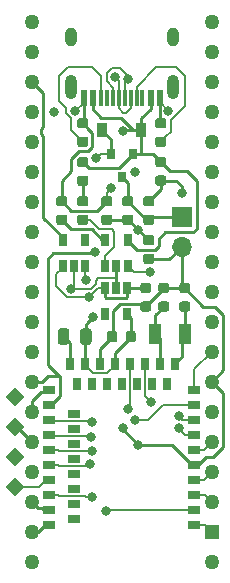
<source format=gbr>
G04 #@! TF.GenerationSoftware,KiCad,Pcbnew,(5.1.8)-1*
G04 #@! TF.CreationDate,2021-04-29T12:11:41+02:00*
G04 #@! TF.ProjectId,BlueMacro,426c7565-4d61-4637-926f-2e6b69636164,rev?*
G04 #@! TF.SameCoordinates,Original*
G04 #@! TF.FileFunction,Copper,L1,Top*
G04 #@! TF.FilePolarity,Positive*
%FSLAX46Y46*%
G04 Gerber Fmt 4.6, Leading zero omitted, Abs format (unit mm)*
G04 Created by KiCad (PCBNEW (5.1.8)-1) date 2021-04-29 12:11:41*
%MOMM*%
%LPD*%
G01*
G04 APERTURE LIST*
G04 #@! TA.AperFunction,WasherPad*
%ADD10C,1.270000*%
G04 #@! TD*
G04 #@! TA.AperFunction,ComponentPad*
%ADD11C,1.270000*%
G04 #@! TD*
G04 #@! TA.AperFunction,ComponentPad*
%ADD12R,1.250000X1.250000*%
G04 #@! TD*
G04 #@! TA.AperFunction,SMDPad,CuDef*
%ADD13R,0.900000X1.200000*%
G04 #@! TD*
G04 #@! TA.AperFunction,ComponentPad*
%ADD14R,1.700000X1.700000*%
G04 #@! TD*
G04 #@! TA.AperFunction,ComponentPad*
%ADD15O,1.700000X1.700000*%
G04 #@! TD*
G04 #@! TA.AperFunction,ComponentPad*
%ADD16O,1.000000X1.600000*%
G04 #@! TD*
G04 #@! TA.AperFunction,ComponentPad*
%ADD17O,1.000000X2.100000*%
G04 #@! TD*
G04 #@! TA.AperFunction,SMDPad,CuDef*
%ADD18R,0.300000X1.450000*%
G04 #@! TD*
G04 #@! TA.AperFunction,SMDPad,CuDef*
%ADD19R,0.600000X1.450000*%
G04 #@! TD*
G04 #@! TA.AperFunction,SMDPad,CuDef*
%ADD20R,0.800000X0.900000*%
G04 #@! TD*
G04 #@! TA.AperFunction,SMDPad,CuDef*
%ADD21R,0.650000X1.060000*%
G04 #@! TD*
G04 #@! TA.AperFunction,SMDPad,CuDef*
%ADD22R,1.000000X1.800000*%
G04 #@! TD*
G04 #@! TA.AperFunction,ComponentPad*
%ADD23R,0.650000X1.000000*%
G04 #@! TD*
G04 #@! TA.AperFunction,ComponentPad*
%ADD24R,1.000000X0.650000*%
G04 #@! TD*
G04 #@! TA.AperFunction,SMDPad,CuDef*
%ADD25R,0.650000X1.000000*%
G04 #@! TD*
G04 #@! TA.AperFunction,SMDPad,CuDef*
%ADD26R,1.000000X0.650000*%
G04 #@! TD*
G04 #@! TA.AperFunction,ComponentPad*
%ADD27C,0.100000*%
G04 #@! TD*
G04 #@! TA.AperFunction,ViaPad*
%ADD28C,0.800000*%
G04 #@! TD*
G04 #@! TA.AperFunction,Conductor*
%ADD29C,0.250000*%
G04 #@! TD*
G04 #@! TA.AperFunction,Conductor*
%ADD30C,0.200000*%
G04 #@! TD*
G04 APERTURE END LIST*
D10*
X55880000Y-27940000D03*
X40640000Y-27940000D03*
X55880000Y-73660000D03*
X40640000Y-73660000D03*
D11*
X40640000Y-71120000D03*
X40640000Y-68580000D03*
X40640000Y-66040000D03*
X40640000Y-63500000D03*
X40640000Y-60960000D03*
X40640000Y-53340000D03*
X40640000Y-50800000D03*
X40640000Y-48260000D03*
X40640000Y-55880000D03*
X40640000Y-58420000D03*
D12*
X55880000Y-71120000D03*
D11*
X55880000Y-68580000D03*
X55880000Y-66040000D03*
X55880000Y-63500000D03*
X55880000Y-60960000D03*
X55880000Y-58420000D03*
X55880000Y-55880000D03*
X55880000Y-53340000D03*
X55880000Y-50800000D03*
X55880000Y-48260000D03*
X55880000Y-45720000D03*
X55880000Y-43180000D03*
X40640000Y-45720000D03*
X40640000Y-43180000D03*
X40640000Y-40640000D03*
X40640000Y-38100000D03*
X40640000Y-35560000D03*
X40640000Y-33020000D03*
X40640000Y-30480000D03*
X55880000Y-30480000D03*
X55880000Y-33020000D03*
X55880000Y-35560000D03*
X55880000Y-38100000D03*
X55880000Y-40640000D03*
D13*
X46610000Y-37084000D03*
X49910000Y-37084000D03*
D14*
X53340000Y-44450000D03*
D15*
X53340000Y-46990000D03*
D16*
X43940000Y-29270000D03*
X52580000Y-29270000D03*
D17*
X43940000Y-33450000D03*
X52580000Y-33450000D03*
D18*
X48510000Y-34365000D03*
X48010000Y-34365000D03*
X47510000Y-34365000D03*
X49010000Y-34365000D03*
X47010000Y-34365000D03*
X49510000Y-34365000D03*
X46510000Y-34365000D03*
X50010000Y-34365000D03*
D19*
X50710000Y-34365000D03*
X45810000Y-34365000D03*
X51485000Y-34365000D03*
X45035000Y-34365000D03*
G04 #@! TA.AperFunction,SMDPad,CuDef*
G36*
G01*
X42849500Y-55066250D02*
X42849500Y-54153750D01*
G75*
G02*
X43093250Y-53910000I243750J0D01*
G01*
X43580750Y-53910000D01*
G75*
G02*
X43824500Y-54153750I0J-243750D01*
G01*
X43824500Y-55066250D01*
G75*
G02*
X43580750Y-55310000I-243750J0D01*
G01*
X43093250Y-55310000D01*
G75*
G02*
X42849500Y-55066250I0J243750D01*
G01*
G37*
G04 #@! TD.AperFunction*
G04 #@! TA.AperFunction,SMDPad,CuDef*
G36*
G01*
X44724500Y-55066250D02*
X44724500Y-54153750D01*
G75*
G02*
X44968250Y-53910000I243750J0D01*
G01*
X45455750Y-53910000D01*
G75*
G02*
X45699500Y-54153750I0J-243750D01*
G01*
X45699500Y-55066250D01*
G75*
G02*
X45455750Y-55310000I-243750J0D01*
G01*
X44968250Y-55310000D01*
G75*
G02*
X44724500Y-55066250I0J243750D01*
G01*
G37*
G04 #@! TD.AperFunction*
D20*
X49210000Y-39132000D03*
X47310000Y-39132000D03*
X48260000Y-41132000D03*
D21*
X46850260Y-46398000D03*
X48750260Y-46398000D03*
X48750260Y-48598000D03*
X47800260Y-48598000D03*
X46850260Y-48598000D03*
X48702000Y-50505000D03*
X47752000Y-50505000D03*
X46802000Y-50505000D03*
X46802000Y-52705000D03*
X48702000Y-52705000D03*
D22*
X53594000Y-54356000D03*
X51094000Y-54356000D03*
D23*
X48283000Y-58607000D03*
X44473000Y-58607000D03*
X45743000Y-58607000D03*
X49553000Y-58607000D03*
X47013000Y-58607000D03*
X52093000Y-58607000D03*
X50823000Y-58607000D03*
D24*
X44219000Y-70037000D03*
X44219000Y-68767000D03*
X44219000Y-67497000D03*
X44219000Y-66227000D03*
X44219000Y-64957000D03*
X44219000Y-63687000D03*
X44219000Y-62417000D03*
D25*
X47650000Y-56896000D03*
X43840000Y-56896000D03*
X48920000Y-56896000D03*
X50190000Y-56896000D03*
X51460000Y-56896000D03*
X46380000Y-56896000D03*
X52730000Y-56896000D03*
X45110000Y-56896000D03*
D26*
X42141000Y-59115000D03*
X42141000Y-60385000D03*
X42141000Y-65465000D03*
X42141000Y-61655000D03*
X42141000Y-66735000D03*
X42141000Y-68005000D03*
X42141000Y-69275000D03*
X42141000Y-64195000D03*
X42141000Y-70545000D03*
X42141000Y-62925000D03*
X54379000Y-70545000D03*
X54379000Y-69275000D03*
X54379000Y-68005000D03*
X54379000Y-66735000D03*
X54379000Y-65465000D03*
X54379000Y-64195000D03*
X54379000Y-62925000D03*
X54379000Y-61655000D03*
X54379000Y-60385000D03*
X54379000Y-59115000D03*
D24*
X44219000Y-61147000D03*
G04 #@! TA.AperFunction,ComponentPad*
D27*
G36*
X39243000Y-60467817D02*
G01*
X38465183Y-59690000D01*
X39243000Y-58912183D01*
X40020817Y-59690000D01*
X39243000Y-60467817D01*
G37*
G04 #@! TD.AperFunction*
G04 #@! TA.AperFunction,ComponentPad*
G36*
X39243000Y-63007817D02*
G01*
X38465183Y-62230000D01*
X39243000Y-61452183D01*
X40020817Y-62230000D01*
X39243000Y-63007817D01*
G37*
G04 #@! TD.AperFunction*
G04 #@! TA.AperFunction,ComponentPad*
G36*
X39243000Y-65547817D02*
G01*
X38465183Y-64770000D01*
X39243000Y-63992183D01*
X40020817Y-64770000D01*
X39243000Y-65547817D01*
G37*
G04 #@! TD.AperFunction*
G04 #@! TA.AperFunction,ComponentPad*
G36*
X39243000Y-68087817D02*
G01*
X38465183Y-67310000D01*
X39243000Y-66532183D01*
X40020817Y-67310000D01*
X39243000Y-68087817D01*
G37*
G04 #@! TD.AperFunction*
D21*
X43246000Y-48598000D03*
X44196000Y-48598000D03*
X45146000Y-48598000D03*
X45146000Y-46398000D03*
X43246000Y-46398000D03*
G04 #@! TA.AperFunction,SMDPad,CuDef*
G36*
G01*
X53850250Y-50932500D02*
X53337750Y-50932500D01*
G75*
G02*
X53119000Y-50713750I0J218750D01*
G01*
X53119000Y-50276250D01*
G75*
G02*
X53337750Y-50057500I218750J0D01*
G01*
X53850250Y-50057500D01*
G75*
G02*
X54069000Y-50276250I0J-218750D01*
G01*
X54069000Y-50713750D01*
G75*
G02*
X53850250Y-50932500I-218750J0D01*
G01*
G37*
G04 #@! TD.AperFunction*
G04 #@! TA.AperFunction,SMDPad,CuDef*
G36*
G01*
X53850250Y-52507500D02*
X53337750Y-52507500D01*
G75*
G02*
X53119000Y-52288750I0J218750D01*
G01*
X53119000Y-51851250D01*
G75*
G02*
X53337750Y-51632500I218750J0D01*
G01*
X53850250Y-51632500D01*
G75*
G02*
X54069000Y-51851250I0J-218750D01*
G01*
X54069000Y-52288750D01*
G75*
G02*
X53850250Y-52507500I-218750J0D01*
G01*
G37*
G04 #@! TD.AperFunction*
G04 #@! TA.AperFunction,SMDPad,CuDef*
G36*
G01*
X52072250Y-52507500D02*
X51559750Y-52507500D01*
G75*
G02*
X51341000Y-52288750I0J218750D01*
G01*
X51341000Y-51851250D01*
G75*
G02*
X51559750Y-51632500I218750J0D01*
G01*
X52072250Y-51632500D01*
G75*
G02*
X52291000Y-51851250I0J-218750D01*
G01*
X52291000Y-52288750D01*
G75*
G02*
X52072250Y-52507500I-218750J0D01*
G01*
G37*
G04 #@! TD.AperFunction*
G04 #@! TA.AperFunction,SMDPad,CuDef*
G36*
G01*
X52072250Y-50932500D02*
X51559750Y-50932500D01*
G75*
G02*
X51341000Y-50713750I0J218750D01*
G01*
X51341000Y-50276250D01*
G75*
G02*
X51559750Y-50057500I218750J0D01*
G01*
X52072250Y-50057500D01*
G75*
G02*
X52291000Y-50276250I0J-218750D01*
G01*
X52291000Y-50713750D01*
G75*
G02*
X52072250Y-50932500I-218750J0D01*
G01*
G37*
G04 #@! TD.AperFunction*
G04 #@! TA.AperFunction,SMDPad,CuDef*
G36*
G01*
X50035750Y-50057500D02*
X50548250Y-50057500D01*
G75*
G02*
X50767000Y-50276250I0J-218750D01*
G01*
X50767000Y-50713750D01*
G75*
G02*
X50548250Y-50932500I-218750J0D01*
G01*
X50035750Y-50932500D01*
G75*
G02*
X49817000Y-50713750I0J218750D01*
G01*
X49817000Y-50276250D01*
G75*
G02*
X50035750Y-50057500I218750J0D01*
G01*
G37*
G04 #@! TD.AperFunction*
G04 #@! TA.AperFunction,SMDPad,CuDef*
G36*
G01*
X50035750Y-51632500D02*
X50548250Y-51632500D01*
G75*
G02*
X50767000Y-51851250I0J-218750D01*
G01*
X50767000Y-52288750D01*
G75*
G02*
X50548250Y-52507500I-218750J0D01*
G01*
X50035750Y-52507500D01*
G75*
G02*
X49817000Y-52288750I0J218750D01*
G01*
X49817000Y-51851250D01*
G75*
G02*
X50035750Y-51632500I218750J0D01*
G01*
G37*
G04 #@! TD.AperFunction*
G04 #@! TA.AperFunction,SMDPad,CuDef*
G36*
G01*
X50802250Y-45167000D02*
X50289750Y-45167000D01*
G75*
G02*
X50071000Y-44948250I0J218750D01*
G01*
X50071000Y-44510750D01*
G75*
G02*
X50289750Y-44292000I218750J0D01*
G01*
X50802250Y-44292000D01*
G75*
G02*
X51021000Y-44510750I0J-218750D01*
G01*
X51021000Y-44948250D01*
G75*
G02*
X50802250Y-45167000I-218750J0D01*
G01*
G37*
G04 #@! TD.AperFunction*
G04 #@! TA.AperFunction,SMDPad,CuDef*
G36*
G01*
X50802250Y-43592000D02*
X50289750Y-43592000D01*
G75*
G02*
X50071000Y-43373250I0J218750D01*
G01*
X50071000Y-42935750D01*
G75*
G02*
X50289750Y-42717000I218750J0D01*
G01*
X50802250Y-42717000D01*
G75*
G02*
X51021000Y-42935750I0J-218750D01*
G01*
X51021000Y-43373250D01*
G75*
G02*
X50802250Y-43592000I-218750J0D01*
G01*
G37*
G04 #@! TD.AperFunction*
G04 #@! TA.AperFunction,SMDPad,CuDef*
G36*
G01*
X47884500Y-54353750D02*
X47884500Y-54866250D01*
G75*
G02*
X47665750Y-55085000I-218750J0D01*
G01*
X47228250Y-55085000D01*
G75*
G02*
X47009500Y-54866250I0J218750D01*
G01*
X47009500Y-54353750D01*
G75*
G02*
X47228250Y-54135000I218750J0D01*
G01*
X47665750Y-54135000D01*
G75*
G02*
X47884500Y-54353750I0J-218750D01*
G01*
G37*
G04 #@! TD.AperFunction*
G04 #@! TA.AperFunction,SMDPad,CuDef*
G36*
G01*
X49459500Y-54353750D02*
X49459500Y-54866250D01*
G75*
G02*
X49240750Y-55085000I-218750J0D01*
G01*
X48803250Y-55085000D01*
G75*
G02*
X48584500Y-54866250I0J218750D01*
G01*
X48584500Y-54353750D01*
G75*
G02*
X48803250Y-54135000I218750J0D01*
G01*
X49240750Y-54135000D01*
G75*
G02*
X49459500Y-54353750I0J-218750D01*
G01*
G37*
G04 #@! TD.AperFunction*
G04 #@! TA.AperFunction,SMDPad,CuDef*
G36*
G01*
X47246250Y-43592000D02*
X46733750Y-43592000D01*
G75*
G02*
X46515000Y-43373250I0J218750D01*
G01*
X46515000Y-42935750D01*
G75*
G02*
X46733750Y-42717000I218750J0D01*
G01*
X47246250Y-42717000D01*
G75*
G02*
X47465000Y-42935750I0J-218750D01*
G01*
X47465000Y-43373250D01*
G75*
G02*
X47246250Y-43592000I-218750J0D01*
G01*
G37*
G04 #@! TD.AperFunction*
G04 #@! TA.AperFunction,SMDPad,CuDef*
G36*
G01*
X47246250Y-45167000D02*
X46733750Y-45167000D01*
G75*
G02*
X46515000Y-44948250I0J218750D01*
G01*
X46515000Y-44510750D01*
G75*
G02*
X46733750Y-44292000I218750J0D01*
G01*
X47246250Y-44292000D01*
G75*
G02*
X47465000Y-44510750I0J-218750D01*
G01*
X47465000Y-44948250D01*
G75*
G02*
X47246250Y-45167000I-218750J0D01*
G01*
G37*
G04 #@! TD.AperFunction*
G04 #@! TA.AperFunction,SMDPad,CuDef*
G36*
G01*
X45214250Y-41865000D02*
X44701750Y-41865000D01*
G75*
G02*
X44483000Y-41646250I0J218750D01*
G01*
X44483000Y-41208750D01*
G75*
G02*
X44701750Y-40990000I218750J0D01*
G01*
X45214250Y-40990000D01*
G75*
G02*
X45433000Y-41208750I0J-218750D01*
G01*
X45433000Y-41646250D01*
G75*
G02*
X45214250Y-41865000I-218750J0D01*
G01*
G37*
G04 #@! TD.AperFunction*
G04 #@! TA.AperFunction,SMDPad,CuDef*
G36*
G01*
X45214250Y-40290000D02*
X44701750Y-40290000D01*
G75*
G02*
X44483000Y-40071250I0J218750D01*
G01*
X44483000Y-39633750D01*
G75*
G02*
X44701750Y-39415000I218750J0D01*
G01*
X45214250Y-39415000D01*
G75*
G02*
X45433000Y-39633750I0J-218750D01*
G01*
X45433000Y-40071250D01*
G75*
G02*
X45214250Y-40290000I-218750J0D01*
G01*
G37*
G04 #@! TD.AperFunction*
G04 #@! TA.AperFunction,SMDPad,CuDef*
G36*
G01*
X51305750Y-39389500D02*
X51818250Y-39389500D01*
G75*
G02*
X52037000Y-39608250I0J-218750D01*
G01*
X52037000Y-40045750D01*
G75*
G02*
X51818250Y-40264500I-218750J0D01*
G01*
X51305750Y-40264500D01*
G75*
G02*
X51087000Y-40045750I0J218750D01*
G01*
X51087000Y-39608250D01*
G75*
G02*
X51305750Y-39389500I218750J0D01*
G01*
G37*
G04 #@! TD.AperFunction*
G04 #@! TA.AperFunction,SMDPad,CuDef*
G36*
G01*
X51305750Y-40964500D02*
X51818250Y-40964500D01*
G75*
G02*
X52037000Y-41183250I0J-218750D01*
G01*
X52037000Y-41620750D01*
G75*
G02*
X51818250Y-41839500I-218750J0D01*
G01*
X51305750Y-41839500D01*
G75*
G02*
X51087000Y-41620750I0J218750D01*
G01*
X51087000Y-41183250D01*
G75*
G02*
X51305750Y-40964500I218750J0D01*
G01*
G37*
G04 #@! TD.AperFunction*
G04 #@! TA.AperFunction,SMDPad,CuDef*
G36*
G01*
X42923750Y-42717000D02*
X43436250Y-42717000D01*
G75*
G02*
X43655000Y-42935750I0J-218750D01*
G01*
X43655000Y-43373250D01*
G75*
G02*
X43436250Y-43592000I-218750J0D01*
G01*
X42923750Y-43592000D01*
G75*
G02*
X42705000Y-43373250I0J218750D01*
G01*
X42705000Y-42935750D01*
G75*
G02*
X42923750Y-42717000I218750J0D01*
G01*
G37*
G04 #@! TD.AperFunction*
G04 #@! TA.AperFunction,SMDPad,CuDef*
G36*
G01*
X42923750Y-44292000D02*
X43436250Y-44292000D01*
G75*
G02*
X43655000Y-44510750I0J-218750D01*
G01*
X43655000Y-44948250D01*
G75*
G02*
X43436250Y-45167000I-218750J0D01*
G01*
X42923750Y-45167000D01*
G75*
G02*
X42705000Y-44948250I0J218750D01*
G01*
X42705000Y-44510750D01*
G75*
G02*
X42923750Y-44292000I218750J0D01*
G01*
G37*
G04 #@! TD.AperFunction*
G04 #@! TA.AperFunction,SMDPad,CuDef*
G36*
G01*
X45214250Y-43592000D02*
X44701750Y-43592000D01*
G75*
G02*
X44483000Y-43373250I0J218750D01*
G01*
X44483000Y-42935750D01*
G75*
G02*
X44701750Y-42717000I218750J0D01*
G01*
X45214250Y-42717000D01*
G75*
G02*
X45433000Y-42935750I0J-218750D01*
G01*
X45433000Y-43373250D01*
G75*
G02*
X45214250Y-43592000I-218750J0D01*
G01*
G37*
G04 #@! TD.AperFunction*
G04 #@! TA.AperFunction,SMDPad,CuDef*
G36*
G01*
X45214250Y-45167000D02*
X44701750Y-45167000D01*
G75*
G02*
X44483000Y-44948250I0J218750D01*
G01*
X44483000Y-44510750D01*
G75*
G02*
X44701750Y-44292000I218750J0D01*
G01*
X45214250Y-44292000D01*
G75*
G02*
X45433000Y-44510750I0J-218750D01*
G01*
X45433000Y-44948250D01*
G75*
G02*
X45214250Y-45167000I-218750J0D01*
G01*
G37*
G04 #@! TD.AperFunction*
G04 #@! TA.AperFunction,SMDPad,CuDef*
G36*
G01*
X48511750Y-42717000D02*
X49024250Y-42717000D01*
G75*
G02*
X49243000Y-42935750I0J-218750D01*
G01*
X49243000Y-43373250D01*
G75*
G02*
X49024250Y-43592000I-218750J0D01*
G01*
X48511750Y-43592000D01*
G75*
G02*
X48293000Y-43373250I0J218750D01*
G01*
X48293000Y-42935750D01*
G75*
G02*
X48511750Y-42717000I218750J0D01*
G01*
G37*
G04 #@! TD.AperFunction*
G04 #@! TA.AperFunction,SMDPad,CuDef*
G36*
G01*
X48511750Y-44292000D02*
X49024250Y-44292000D01*
G75*
G02*
X49243000Y-44510750I0J-218750D01*
G01*
X49243000Y-44948250D01*
G75*
G02*
X49024250Y-45167000I-218750J0D01*
G01*
X48511750Y-45167000D01*
G75*
G02*
X48293000Y-44948250I0J218750D01*
G01*
X48293000Y-44510750D01*
G75*
G02*
X48511750Y-44292000I218750J0D01*
G01*
G37*
G04 #@! TD.AperFunction*
G04 #@! TA.AperFunction,SMDPad,CuDef*
G36*
G01*
X50289750Y-47594000D02*
X50802250Y-47594000D01*
G75*
G02*
X51021000Y-47812750I0J-218750D01*
G01*
X51021000Y-48250250D01*
G75*
G02*
X50802250Y-48469000I-218750J0D01*
G01*
X50289750Y-48469000D01*
G75*
G02*
X50071000Y-48250250I0J218750D01*
G01*
X50071000Y-47812750D01*
G75*
G02*
X50289750Y-47594000I218750J0D01*
G01*
G37*
G04 #@! TD.AperFunction*
G04 #@! TA.AperFunction,SMDPad,CuDef*
G36*
G01*
X50289750Y-46019000D02*
X50802250Y-46019000D01*
G75*
G02*
X51021000Y-46237750I0J-218750D01*
G01*
X51021000Y-46675250D01*
G75*
G02*
X50802250Y-46894000I-218750J0D01*
G01*
X50289750Y-46894000D01*
G75*
G02*
X50071000Y-46675250I0J218750D01*
G01*
X50071000Y-46237750D01*
G75*
G02*
X50289750Y-46019000I218750J0D01*
G01*
G37*
G04 #@! TD.AperFunction*
G04 #@! TA.AperFunction,SMDPad,CuDef*
G36*
G01*
X44701750Y-36113000D02*
X45214250Y-36113000D01*
G75*
G02*
X45433000Y-36331750I0J-218750D01*
G01*
X45433000Y-36769250D01*
G75*
G02*
X45214250Y-36988000I-218750J0D01*
G01*
X44701750Y-36988000D01*
G75*
G02*
X44483000Y-36769250I0J218750D01*
G01*
X44483000Y-36331750D01*
G75*
G02*
X44701750Y-36113000I218750J0D01*
G01*
G37*
G04 #@! TD.AperFunction*
G04 #@! TA.AperFunction,SMDPad,CuDef*
G36*
G01*
X44701750Y-37688000D02*
X45214250Y-37688000D01*
G75*
G02*
X45433000Y-37906750I0J-218750D01*
G01*
X45433000Y-38344250D01*
G75*
G02*
X45214250Y-38563000I-218750J0D01*
G01*
X44701750Y-38563000D01*
G75*
G02*
X44483000Y-38344250I0J218750D01*
G01*
X44483000Y-37906750D01*
G75*
G02*
X44701750Y-37688000I218750J0D01*
G01*
G37*
G04 #@! TD.AperFunction*
G04 #@! TA.AperFunction,SMDPad,CuDef*
G36*
G01*
X51305750Y-37688000D02*
X51818250Y-37688000D01*
G75*
G02*
X52037000Y-37906750I0J-218750D01*
G01*
X52037000Y-38344250D01*
G75*
G02*
X51818250Y-38563000I-218750J0D01*
G01*
X51305750Y-38563000D01*
G75*
G02*
X51087000Y-38344250I0J218750D01*
G01*
X51087000Y-37906750D01*
G75*
G02*
X51305750Y-37688000I218750J0D01*
G01*
G37*
G04 #@! TD.AperFunction*
G04 #@! TA.AperFunction,SMDPad,CuDef*
G36*
G01*
X51305750Y-36113000D02*
X51818250Y-36113000D01*
G75*
G02*
X52037000Y-36331750I0J-218750D01*
G01*
X52037000Y-36769250D01*
G75*
G02*
X51818250Y-36988000I-218750J0D01*
G01*
X51305750Y-36988000D01*
G75*
G02*
X51087000Y-36769250I0J218750D01*
G01*
X51087000Y-36331750D01*
G75*
G02*
X51305750Y-36113000I218750J0D01*
G01*
G37*
G04 #@! TD.AperFunction*
D28*
X53340000Y-42418000D03*
X52203831Y-35488064D03*
X44316172Y-35488067D03*
X43942000Y-50546000D03*
X47371000Y-42037000D03*
X49657000Y-63754000D03*
X48338011Y-62357000D03*
X46101000Y-39522400D03*
X45510218Y-51246002D03*
X50673000Y-49149000D03*
X45835649Y-52973684D03*
X49657000Y-45593000D03*
X49403000Y-61631990D03*
X48387000Y-37211000D03*
X45966029Y-47482409D03*
X45755300Y-68160775D03*
X48768000Y-32766000D03*
X45666660Y-63121540D03*
X47726976Y-32628914D03*
X45719991Y-61848991D03*
X45247876Y-49774684D03*
X45574265Y-65386271D03*
X45713968Y-64253428D03*
X53085990Y-62357000D03*
X53086000Y-61341000D03*
X42545000Y-35560000D03*
X49403000Y-40640000D03*
X48768000Y-60706000D03*
X50747991Y-60161560D03*
X46956980Y-69377560D03*
D29*
X39370000Y-62230000D02*
X40640000Y-63500000D01*
X53340000Y-46990000D02*
X53339999Y-48192082D01*
X51485000Y-34790000D02*
X51485000Y-34365000D01*
X45035000Y-36473500D02*
X44958000Y-36550500D01*
X45035000Y-34365000D02*
X45035000Y-36473500D01*
X51485000Y-36473500D02*
X51562000Y-36550500D01*
X51485000Y-34365000D02*
X51485000Y-36473500D01*
X51816000Y-50495000D02*
X53594000Y-50495000D01*
X47475000Y-54190000D02*
X47475000Y-54610000D01*
X46380000Y-55677000D02*
X47447000Y-54610000D01*
X46380000Y-56896000D02*
X46380000Y-55677000D01*
X50292000Y-52019000D02*
X51816000Y-50495000D01*
X50292000Y-52070000D02*
X50292000Y-52019000D01*
X51562000Y-42138500D02*
X50546000Y-43154500D01*
X51562000Y-41402000D02*
X51562000Y-42138500D01*
X43180000Y-43154500D02*
X43180000Y-41427500D01*
X45758010Y-37350510D02*
X45419612Y-37012112D01*
X45758010Y-38569484D02*
X45758010Y-37350510D01*
X45439484Y-38888010D02*
X45758010Y-38569484D01*
X45419612Y-37012112D02*
X44958000Y-36550500D01*
X44677990Y-38888010D02*
X45439484Y-38888010D01*
X43980010Y-39585990D02*
X44677990Y-38888010D01*
X43980010Y-40627490D02*
X43980010Y-39585990D01*
X43180000Y-41427500D02*
X43980010Y-40627490D01*
X47752000Y-49657000D02*
X47752000Y-50505000D01*
D30*
X51485000Y-34769233D02*
X52203831Y-35488064D01*
X51485000Y-34365000D02*
X51485000Y-34769233D01*
X44336933Y-35488067D02*
X44316172Y-35488067D01*
X45035000Y-34365000D02*
X45035000Y-34790000D01*
X45035000Y-34790000D02*
X44336933Y-35488067D01*
X44196000Y-48598000D02*
X44196000Y-50292000D01*
X44196000Y-50292000D02*
X43942000Y-50546000D01*
X46990000Y-43154500D02*
X46990000Y-42418000D01*
X46990000Y-42418000D02*
X47371000Y-42037000D01*
D29*
X49657000Y-63754000D02*
X48338011Y-62435011D01*
X48338011Y-62435011D02*
X48338011Y-62357000D01*
X56134000Y-52070000D02*
X56815001Y-52751001D01*
X53594000Y-50495000D02*
X55169000Y-52070000D01*
X55169000Y-52070000D02*
X56134000Y-52070000D01*
X53342540Y-42415460D02*
X53340000Y-42418000D01*
X52880360Y-41427500D02*
X53342540Y-41889680D01*
X53342540Y-41889680D02*
X53342540Y-42415460D01*
X51587500Y-41427500D02*
X52880360Y-41427500D01*
X51562000Y-41402000D02*
X51587500Y-41427500D01*
D30*
X44507685Y-50546000D02*
X43942000Y-50546000D01*
X45613002Y-50546000D02*
X44507685Y-50546000D01*
X46039001Y-50120001D02*
X45613002Y-50546000D01*
X46039001Y-49866001D02*
X46039001Y-50120001D01*
X46248002Y-49657000D02*
X46039001Y-49866001D01*
X47752000Y-49657000D02*
X46248002Y-49657000D01*
D29*
X54204000Y-65465000D02*
X54379000Y-65465000D01*
X52493000Y-63754000D02*
X54204000Y-65465000D01*
X49657000Y-63754000D02*
X52493000Y-63754000D01*
X56514999Y-59054999D02*
X55880000Y-58420000D01*
X56845200Y-59385200D02*
X56514999Y-59054999D01*
X56845200Y-63918602D02*
X56845200Y-59385200D01*
X55993802Y-64770000D02*
X56845200Y-63918602D01*
X55372000Y-64770000D02*
X55993802Y-64770000D01*
X54677000Y-65465000D02*
X55372000Y-64770000D01*
X54379000Y-65465000D02*
X54677000Y-65465000D01*
X47447000Y-54135000D02*
X47447000Y-54610000D01*
X47520860Y-52446138D02*
X47520860Y-54061140D01*
X48143378Y-51823620D02*
X47520860Y-52446138D01*
X50045620Y-51823620D02*
X48143378Y-51823620D01*
X50292000Y-52070000D02*
X50045620Y-51823620D01*
X47520860Y-54061140D02*
X47447000Y-54135000D01*
X56860440Y-57439560D02*
X55880000Y-58420000D01*
X56860440Y-52796440D02*
X56860440Y-57439560D01*
X56815001Y-52751001D02*
X56860440Y-52796440D01*
X52298500Y-48031500D02*
X50546000Y-48031500D01*
X53340000Y-46990000D02*
X52298500Y-48031500D01*
X47752000Y-48641220D02*
X47752000Y-49657000D01*
X47795220Y-48598000D02*
X47752000Y-48641220D01*
X46528388Y-43616112D02*
X46990000Y-43154500D01*
X46202500Y-43942000D02*
X46528388Y-43616112D01*
X43967500Y-43942000D02*
X46202500Y-43942000D01*
X43180000Y-43154500D02*
X43967500Y-43942000D01*
X53340000Y-50241000D02*
X53594000Y-50495000D01*
X53340000Y-46990000D02*
X53340000Y-50241000D01*
D30*
X53086000Y-56540000D02*
X52730000Y-56896000D01*
D29*
X53340000Y-54610000D02*
X53594000Y-54356000D01*
X52730000Y-56896000D02*
X53340000Y-56286000D01*
X53340000Y-56286000D02*
X53340000Y-54610000D01*
X53594000Y-52070000D02*
X53594000Y-54356000D01*
D30*
X51460000Y-56896000D02*
X51460000Y-56721000D01*
D29*
X51460000Y-54722000D02*
X51094000Y-54356000D01*
X51460000Y-56896000D02*
X51460000Y-54722000D01*
X51094000Y-52792000D02*
X51816000Y-52070000D01*
X51094000Y-54356000D02*
X51094000Y-52792000D01*
X46610000Y-37084000D02*
X46610000Y-37212000D01*
X47310000Y-37912000D02*
X47310000Y-39132000D01*
X46610000Y-37212000D02*
X47310000Y-37912000D01*
X50282000Y-50505000D02*
X50292000Y-50495000D01*
X48702000Y-50505000D02*
X50282000Y-50505000D01*
D30*
X46802000Y-50505000D02*
X46277000Y-50505000D01*
X46277000Y-50505000D02*
X46254847Y-50505000D01*
X47310000Y-39132000D02*
X46491400Y-39132000D01*
X46491400Y-39132000D02*
X46101000Y-39522400D01*
D29*
X48702000Y-51285000D02*
X48702000Y-50505000D01*
X46890609Y-51373609D02*
X48613391Y-51373609D01*
X46802000Y-51285000D02*
X46890609Y-51373609D01*
X46802000Y-50505000D02*
X46802000Y-51285000D01*
X48613391Y-51373609D02*
X48702000Y-51285000D01*
D30*
X42721000Y-49328000D02*
X43246000Y-48803000D01*
X43246000Y-48803000D02*
X43246000Y-48598000D01*
X42721000Y-50361004D02*
X42721000Y-49328000D01*
X43605998Y-51246002D02*
X42721000Y-50361004D01*
X45510218Y-51246002D02*
X43605998Y-51246002D01*
X46251220Y-50505000D02*
X45510218Y-51246002D01*
X46277000Y-50505000D02*
X46251220Y-50505000D01*
X45510218Y-51246002D02*
X45510218Y-51246002D01*
D29*
X50825500Y-44450000D02*
X50546000Y-44729500D01*
X53340000Y-44450000D02*
X50825500Y-44450000D01*
X50343000Y-44729500D02*
X48768000Y-43154500D01*
X50546000Y-44729500D02*
X50343000Y-44729500D01*
X48768000Y-41640000D02*
X48260000Y-41132000D01*
X48768000Y-43154500D02*
X48768000Y-41640000D01*
D30*
X49296220Y-49149000D02*
X48745220Y-48598000D01*
X50673000Y-49149000D02*
X49296220Y-49149000D01*
X47650000Y-56896000D02*
X47650000Y-56721000D01*
D29*
X47650000Y-55982000D02*
X49022000Y-54610000D01*
X47650000Y-56896000D02*
X47650000Y-55982000D01*
X49022000Y-53025000D02*
X48702000Y-52705000D01*
X49022000Y-54610000D02*
X49022000Y-53025000D01*
X45212000Y-53597333D02*
X45435650Y-53373683D01*
X45212000Y-54610000D02*
X45212000Y-53597333D01*
X45435650Y-53373683D02*
X45835649Y-52973684D01*
X45110000Y-56896000D02*
X45110000Y-54712000D01*
X45110000Y-54712000D02*
X45212000Y-54610000D01*
D30*
X47650000Y-57071000D02*
X47650000Y-56896000D01*
X46994420Y-57726580D02*
X47650000Y-57071000D01*
X45788580Y-57726580D02*
X46994420Y-57726580D01*
X45110000Y-57048000D02*
X45788580Y-57726580D01*
X45110000Y-56896000D02*
X45110000Y-57048000D01*
X54204000Y-60385000D02*
X54379000Y-60385000D01*
D29*
X46990000Y-44729500D02*
X48768000Y-44729500D01*
X48819000Y-44729500D02*
X50546000Y-46456500D01*
X48768000Y-44729500D02*
X48819000Y-44729500D01*
D30*
X48768000Y-44729500D02*
X49631500Y-45593000D01*
X49631500Y-45593000D02*
X49657000Y-45593000D01*
X51727019Y-60385000D02*
X50480029Y-61631990D01*
X49968685Y-61631990D02*
X49403000Y-61631990D01*
X50480029Y-61631990D02*
X49968685Y-61631990D01*
X54379000Y-60385000D02*
X51727019Y-60385000D01*
D29*
X42046025Y-57912000D02*
X42966001Y-57912000D01*
X41538025Y-58420000D02*
X42046025Y-57912000D01*
X40640000Y-58420000D02*
X41538025Y-58420000D01*
D30*
X45810000Y-34365000D02*
X45810000Y-35015000D01*
D29*
X49910000Y-36140000D02*
X49910000Y-37084000D01*
X50710000Y-34365000D02*
X50710000Y-35340000D01*
X50710000Y-35340000D02*
X49910000Y-36140000D01*
X49210000Y-37084000D02*
X49910000Y-37084000D01*
X46538000Y-36068000D02*
X48194000Y-36068000D01*
X48194000Y-36068000D02*
X49210000Y-37084000D01*
X45810000Y-35340000D02*
X46538000Y-36068000D01*
X45810000Y-34365000D02*
X45810000Y-35340000D01*
X49860000Y-39132000D02*
X49210000Y-39132000D01*
X49910000Y-39082000D02*
X49860000Y-39132000D01*
X49910000Y-37084000D02*
X49910000Y-39082000D01*
X50867000Y-39132000D02*
X51562000Y-39827000D01*
X49210000Y-39132000D02*
X50867000Y-39132000D01*
X44958000Y-39852500D02*
X45454501Y-40349001D01*
X45454501Y-40349001D02*
X48042999Y-40349001D01*
X49210000Y-39182000D02*
X49210000Y-39132000D01*
X48042999Y-40349001D02*
X49210000Y-39182000D01*
X49910000Y-37084000D02*
X48514000Y-37084000D01*
X48514000Y-37084000D02*
X48387000Y-37211000D01*
X45876778Y-47571660D02*
X45966029Y-47482409D01*
X42471340Y-47571660D02*
X45876778Y-47571660D01*
X42037000Y-48006000D02*
X42471340Y-47571660D01*
X42037000Y-56982999D02*
X42037000Y-48006000D01*
X42966001Y-57912000D02*
X42037000Y-56982999D01*
X48745220Y-46398000D02*
X48702000Y-46398000D01*
X49586140Y-47238920D02*
X48745220Y-46398000D01*
X51391820Y-46324520D02*
X51391820Y-46934120D01*
X54314362Y-45760640D02*
X51955700Y-45760640D01*
X54610000Y-45465002D02*
X54314362Y-45760640D01*
X54610000Y-41453506D02*
X54610000Y-45465002D01*
X53771504Y-40615010D02*
X54610000Y-41453506D01*
X51391820Y-46934120D02*
X51087020Y-47238920D01*
X51955700Y-45760640D02*
X51391820Y-46324520D01*
X52350010Y-40615010D02*
X53771504Y-40615010D01*
X51087020Y-47238920D02*
X49586140Y-47238920D01*
X51562000Y-39827000D02*
X52350010Y-40615010D01*
X43004740Y-59651900D02*
X43004740Y-57950739D01*
X42271640Y-60385000D02*
X43004740Y-59651900D01*
X43004740Y-57950739D02*
X42966001Y-57912000D01*
X42141000Y-60385000D02*
X42271640Y-60385000D01*
X44958000Y-43154500D02*
X44958000Y-41427500D01*
X42141000Y-68005000D02*
X41966000Y-68005000D01*
D30*
X42841000Y-68005000D02*
X42977999Y-68141999D01*
X42141000Y-68005000D02*
X42841000Y-68005000D01*
X45189615Y-68160775D02*
X45755300Y-68160775D01*
X45170839Y-68141999D02*
X45189615Y-68160775D01*
X42977999Y-68141999D02*
X45170839Y-68141999D01*
X41850000Y-66735000D02*
X42141000Y-66735000D01*
X39370000Y-67310000D02*
X41275000Y-67310000D01*
X41275000Y-67310000D02*
X41850000Y-66735000D01*
X48510000Y-33440000D02*
X48510000Y-34365000D01*
X48510000Y-33151000D02*
X48510000Y-33440000D01*
X48629001Y-33031999D02*
X48510000Y-33151000D01*
X48629001Y-32766000D02*
X48629001Y-33031999D01*
X48629001Y-32766000D02*
X48768000Y-32766000D01*
X46976975Y-32988915D02*
X46976975Y-32268913D01*
X46976975Y-32268913D02*
X47396904Y-31848984D01*
X48629001Y-32373001D02*
X48629001Y-32766000D01*
X48104984Y-31848984D02*
X48629001Y-32373001D01*
X47396904Y-31848984D02*
X48104984Y-31848984D01*
X47510000Y-34365000D02*
X47510000Y-33521940D01*
X47510000Y-33521940D02*
X46976975Y-32988915D01*
X42277999Y-63061999D02*
X45607119Y-63061999D01*
X45607119Y-63061999D02*
X45666660Y-63121540D01*
X42141000Y-62925000D02*
X42277999Y-63061999D01*
X48362989Y-35642989D02*
X48657011Y-35642989D01*
X49010000Y-35290000D02*
X49010000Y-34365000D01*
X48010000Y-35290000D02*
X48362989Y-35642989D01*
X48657011Y-35642989D02*
X49010000Y-35290000D01*
X48010000Y-34365000D02*
X48010000Y-35290000D01*
X48010000Y-34365000D02*
X48010000Y-32911938D01*
X48010000Y-32911938D02*
X47726976Y-32628914D01*
X45659040Y-61788040D02*
X45719991Y-61848991D01*
X42274040Y-61788040D02*
X45659040Y-61788040D01*
X42141000Y-61655000D02*
X42274040Y-61788040D01*
X53594000Y-32512000D02*
X53594000Y-35087860D01*
X52832000Y-31750000D02*
X53594000Y-32512000D01*
X52385998Y-36295862D02*
X52385998Y-37301502D01*
X49510000Y-34365000D02*
X49510000Y-33440000D01*
X51200000Y-31750000D02*
X52832000Y-31750000D01*
X52023612Y-37663888D02*
X51562000Y-38125500D01*
X52385998Y-37301502D02*
X52023612Y-37663888D01*
X53594000Y-35087860D02*
X52385998Y-36295862D01*
X49510000Y-33440000D02*
X51200000Y-31750000D01*
X44496388Y-37663888D02*
X44958000Y-38125500D01*
X42926000Y-34654000D02*
X43495997Y-35223999D01*
X43495997Y-35223999D02*
X43495997Y-35657857D01*
X43495997Y-35657857D02*
X43955010Y-36116870D01*
X43955010Y-36116870D02*
X43955010Y-37122510D01*
X43955010Y-37122510D02*
X44496388Y-37663888D01*
X45720000Y-31750000D02*
X43688000Y-31750000D01*
X46510000Y-32540000D02*
X45720000Y-31750000D01*
X42926000Y-32512000D02*
X42926000Y-34654000D01*
X43688000Y-31750000D02*
X42926000Y-32512000D01*
X46510000Y-34365000D02*
X46510000Y-32540000D01*
D29*
X43840000Y-55113000D02*
X43337000Y-54610000D01*
X43840000Y-56896000D02*
X43840000Y-55113000D01*
X43641612Y-45191112D02*
X43180000Y-44729500D01*
X43960510Y-45510010D02*
X43641612Y-45191112D01*
X46600444Y-46398000D02*
X45712454Y-45510010D01*
X45712454Y-45510010D02*
X43960510Y-45510010D01*
X46845220Y-46398000D02*
X46600444Y-46398000D01*
D30*
X46845220Y-47824780D02*
X46845220Y-48598000D01*
X47625000Y-47045000D02*
X46845220Y-47824780D01*
X47406560Y-45501560D02*
X47625000Y-45720000D01*
X46305060Y-45501560D02*
X47406560Y-45501560D01*
X47625000Y-45720000D02*
X47625000Y-47045000D01*
X45533000Y-44729500D02*
X46305060Y-45501560D01*
X44958000Y-44729500D02*
X45533000Y-44729500D01*
D29*
X41977000Y-59115000D02*
X42141000Y-59115000D01*
X41783000Y-59309000D02*
X41977000Y-59115000D01*
X41402000Y-59309000D02*
X41783000Y-59309000D01*
X40640000Y-60960000D02*
X40640000Y-60071000D01*
X40640000Y-60071000D02*
X41402000Y-59309000D01*
D30*
X45146000Y-49672808D02*
X45247876Y-49774684D01*
X45146000Y-48598000D02*
X45146000Y-49672808D01*
X55305000Y-70545000D02*
X55880000Y-71120000D01*
X54379000Y-70545000D02*
X55305000Y-70545000D01*
X55305000Y-68005000D02*
X55880000Y-68580000D01*
X54379000Y-68005000D02*
X55305000Y-68005000D01*
X55185000Y-66735000D02*
X55880000Y-66040000D01*
X54379000Y-66735000D02*
X55185000Y-66735000D01*
X55185000Y-64195000D02*
X55880000Y-63500000D01*
X54379000Y-64195000D02*
X55185000Y-64195000D01*
X45367576Y-65592960D02*
X45574265Y-65386271D01*
X42968960Y-65592960D02*
X45367576Y-65592960D01*
X42841000Y-65465000D02*
X42968960Y-65592960D01*
X42141000Y-65465000D02*
X42841000Y-65465000D01*
D29*
X41716000Y-69275000D02*
X42141000Y-69275000D01*
X41529000Y-69088000D02*
X41716000Y-69275000D01*
X40640000Y-68580000D02*
X41148000Y-69088000D01*
X41148000Y-69088000D02*
X41529000Y-69088000D01*
D30*
X45646976Y-64320420D02*
X45713968Y-64253428D01*
X42966420Y-64320420D02*
X45646976Y-64320420D01*
X42841000Y-64195000D02*
X42966420Y-64320420D01*
X42141000Y-64195000D02*
X42841000Y-64195000D01*
D29*
X42074000Y-70612000D02*
X42141000Y-70545000D01*
X41656000Y-70612000D02*
X42074000Y-70612000D01*
X40640000Y-71120000D02*
X41148000Y-71120000D01*
X41148000Y-71120000D02*
X41656000Y-70612000D01*
X43246000Y-46193000D02*
X43246000Y-46398000D01*
X40640000Y-33020000D02*
X41600001Y-33980001D01*
X41600001Y-37639199D02*
X41600001Y-44547001D01*
X41438996Y-37478194D02*
X41600001Y-37639199D01*
X41600001Y-33980001D02*
X41600001Y-36828993D01*
X41600001Y-44547001D02*
X43246000Y-46193000D01*
X41600001Y-36828993D02*
X41438996Y-36989998D01*
X41438996Y-36989998D02*
X41438996Y-37478194D01*
D30*
X54379000Y-57381000D02*
X55880000Y-55880000D01*
X54379000Y-59115000D02*
X54379000Y-57381000D01*
X54379000Y-62925000D02*
X53653990Y-62925000D01*
X53485989Y-62756999D02*
X53085990Y-62357000D01*
X53653990Y-62925000D02*
X53485989Y-62756999D01*
X54379000Y-61655000D02*
X53400000Y-61655000D01*
X53400000Y-61655000D02*
X53086000Y-61341000D01*
X48920000Y-60554000D02*
X48768000Y-60706000D01*
X48920000Y-56896000D02*
X48920000Y-60554000D01*
X50347992Y-59761561D02*
X50747991Y-60161560D01*
X50190000Y-59603569D02*
X50347992Y-59761561D01*
X50190000Y-56896000D02*
X50190000Y-59603569D01*
D29*
X54379000Y-69275000D02*
X53960720Y-69275000D01*
X54379000Y-69275000D02*
X54108040Y-69275000D01*
D30*
X54379000Y-69275000D02*
X47059540Y-69275000D01*
X47059540Y-69275000D02*
X46956980Y-69377560D01*
M02*

</source>
